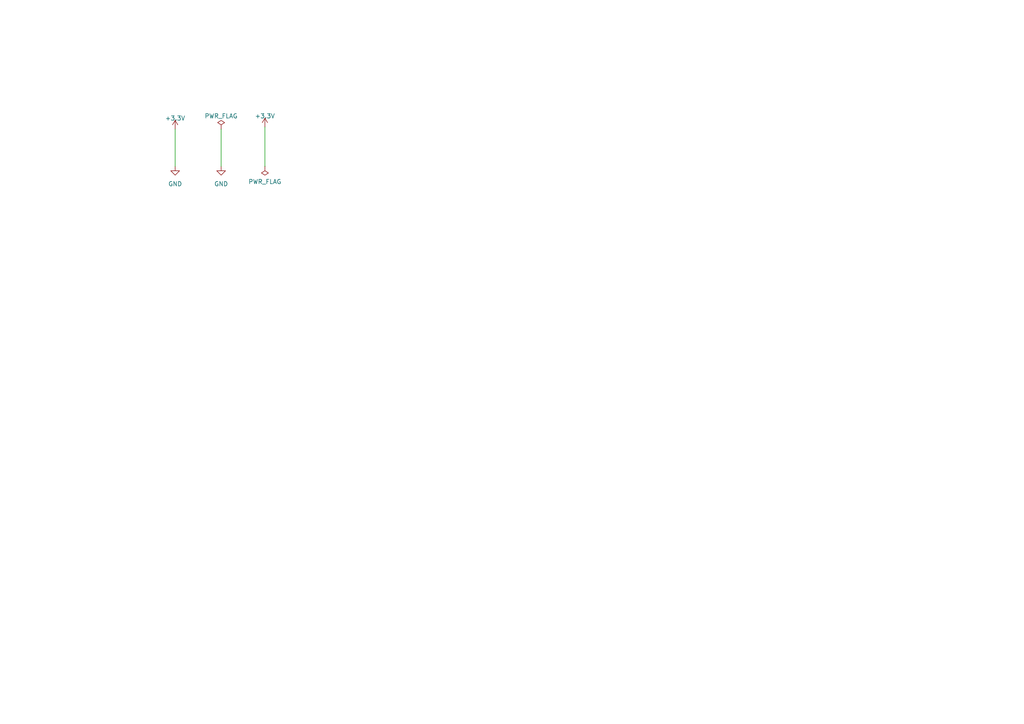
<source format=kicad_sch>
(kicad_sch (version 20230121) (generator eeschema)
  (paper "A4")
  (lib_symbols
    (symbol "power:+3.3V" (power) (pin_names (offset 0))
      (property "Value" "+3.3V" (at 0 3.556 0))
      (symbol "+3.3V_0_1"
        (polyline (pts (xy -0.762 1.27) (xy 0 2.54)))
        (polyline (pts (xy 0 0) (xy 0 2.54)))
        (polyline (pts (xy 0 2.54) (xy 0.762 1.27)))
      )
      (symbol "+3.3V_1_1"
        (pin power_in line (at 0 0 90) (length 0) hide (name "+3.3V") (number "1"))
      )
    )
    (symbol "power:GND" (power) (pin_names (offset 0))
      (property "Value" "GND" (at 0 -3.81 0))
      (symbol "GND_0_1"
        (polyline (pts (xy 0 0) (xy 0 -1.27) (xy 1.27 -1.27) (xy 0 -2.54) (xy -1.27 -1.27) (xy 0 -1.27)))
      )
      (symbol "GND_1_1"
        (pin power_in line (at 0 0 270) (length 0) hide (name "GND") (number "1"))
      )
    )
    (symbol "power:PWR_FLAG" (power) (pin_numbers hide) (pin_names (offset 0) hide)
      (property "Value" "PWR_FLAG" (at 0 3.81 0))
      (symbol "PWR_FLAG_0_0"
        (pin power_out line (at 0 0 90) (length 0) (name "pwr") (number "1"))
      )
      (symbol "PWR_FLAG_0_1"
        (polyline (pts (xy 0 0) (xy 0 1.27) (xy -1.016 1.905) (xy 0 2.54) (xy 1.016 1.905) (xy 0 1.27)))
      )
    )
  )
  (wire (pts (xy 50.8 37.465) (xy 50.8 48.26)))
  (wire (pts (xy 64.135 37.465) (xy 64.135 48.26)))
  (wire (pts (xy 76.835 36.83) (xy 76.835 48.26)))
  (symbol (lib_id "power:PWR_FLAG") (at 64.135 37.465 0) (unit 1)
    (property "Reference" "#FLG01" (effects hide))
    (property "Value" "PWR_FLAG" (at 64.135 33.655 0))
  )
  (symbol (lib_id "power:GND") (at 64.135 48.26 0) (unit 1)
    (property "Reference" "#PWR04" (effects hide))
    (property "Value" "GND" (at 64.135 53.34 0))
  )
  (symbol (lib_id "power:+3.3V") (at 50.8 37.465 0) (unit 1)
    (property "Reference" "#PWR01" (effects hide))
    (property "Value" "+3.3V" (at 50.8 34.29 0))
  )
  (symbol (lib_id "power:GND") (at 50.8 48.26 0) (unit 1)
    (property "Reference" "#PWR02" (effects hide))
    (property "Value" "GND" (at 50.8 53.34 0))
  )
  (symbol (lib_id "power:+3.3V") (at 76.835 36.83 0) (unit 1)
    (property "Reference" "#PWR03" (effects hide))
    (property "Value" "+3.3V" (at 76.835 33.655 0))
  )
  (symbol (lib_id "power:PWR_FLAG") (at 76.835 48.26 180) (unit 1)
    (property "Reference" "#FLG02" (effects hide))
    (property "Value" "PWR_FLAG" (at 76.835 52.705 0))
  )
)
</source>
